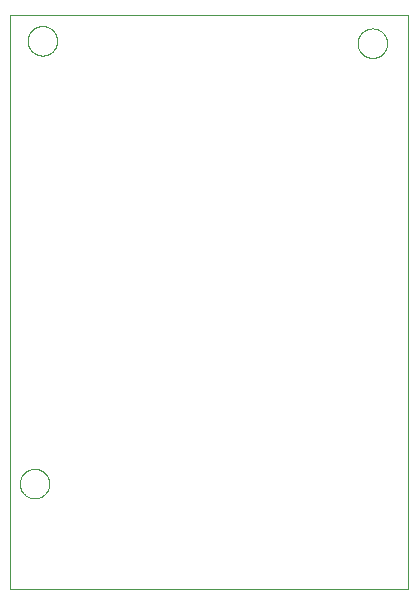
<source format=gbo>
G75*
%MOIN*%
%OFA0B0*%
%FSLAX25Y25*%
%IPPOS*%
%LPD*%
%AMOC8*
5,1,8,0,0,1.08239X$1,22.5*
%
%ADD10C,0.00000*%
D10*
X0037456Y0031440D02*
X0037456Y0222771D01*
X0170178Y0222771D01*
X0170178Y0031440D01*
X0037456Y0031440D01*
X0040735Y0066440D02*
X0040737Y0066580D01*
X0040743Y0066720D01*
X0040753Y0066859D01*
X0040767Y0066998D01*
X0040785Y0067137D01*
X0040806Y0067275D01*
X0040832Y0067413D01*
X0040862Y0067550D01*
X0040895Y0067685D01*
X0040933Y0067820D01*
X0040974Y0067954D01*
X0041019Y0068087D01*
X0041067Y0068218D01*
X0041120Y0068347D01*
X0041176Y0068476D01*
X0041235Y0068602D01*
X0041299Y0068727D01*
X0041365Y0068850D01*
X0041436Y0068971D01*
X0041509Y0069090D01*
X0041586Y0069207D01*
X0041667Y0069321D01*
X0041750Y0069433D01*
X0041837Y0069543D01*
X0041927Y0069651D01*
X0042019Y0069755D01*
X0042115Y0069857D01*
X0042214Y0069957D01*
X0042315Y0070053D01*
X0042419Y0070147D01*
X0042526Y0070237D01*
X0042635Y0070324D01*
X0042747Y0070409D01*
X0042861Y0070490D01*
X0042977Y0070568D01*
X0043095Y0070642D01*
X0043216Y0070713D01*
X0043338Y0070781D01*
X0043463Y0070845D01*
X0043589Y0070906D01*
X0043716Y0070963D01*
X0043846Y0071016D01*
X0043977Y0071066D01*
X0044109Y0071111D01*
X0044242Y0071154D01*
X0044377Y0071192D01*
X0044512Y0071226D01*
X0044649Y0071257D01*
X0044786Y0071284D01*
X0044924Y0071306D01*
X0045063Y0071325D01*
X0045202Y0071340D01*
X0045341Y0071351D01*
X0045481Y0071358D01*
X0045621Y0071361D01*
X0045761Y0071360D01*
X0045901Y0071355D01*
X0046040Y0071346D01*
X0046180Y0071333D01*
X0046319Y0071316D01*
X0046457Y0071295D01*
X0046595Y0071271D01*
X0046732Y0071242D01*
X0046868Y0071210D01*
X0047003Y0071173D01*
X0047137Y0071133D01*
X0047270Y0071089D01*
X0047401Y0071041D01*
X0047531Y0070990D01*
X0047660Y0070935D01*
X0047787Y0070876D01*
X0047912Y0070813D01*
X0048035Y0070748D01*
X0048157Y0070678D01*
X0048276Y0070605D01*
X0048394Y0070529D01*
X0048509Y0070450D01*
X0048622Y0070367D01*
X0048732Y0070281D01*
X0048840Y0070192D01*
X0048945Y0070100D01*
X0049048Y0070005D01*
X0049148Y0069907D01*
X0049245Y0069807D01*
X0049339Y0069703D01*
X0049431Y0069597D01*
X0049519Y0069489D01*
X0049604Y0069378D01*
X0049686Y0069264D01*
X0049765Y0069148D01*
X0049840Y0069031D01*
X0049912Y0068911D01*
X0049980Y0068789D01*
X0050045Y0068665D01*
X0050107Y0068539D01*
X0050165Y0068412D01*
X0050219Y0068283D01*
X0050270Y0068152D01*
X0050316Y0068020D01*
X0050359Y0067887D01*
X0050399Y0067753D01*
X0050434Y0067618D01*
X0050466Y0067481D01*
X0050493Y0067344D01*
X0050517Y0067206D01*
X0050537Y0067068D01*
X0050553Y0066929D01*
X0050565Y0066789D01*
X0050573Y0066650D01*
X0050577Y0066510D01*
X0050577Y0066370D01*
X0050573Y0066230D01*
X0050565Y0066091D01*
X0050553Y0065951D01*
X0050537Y0065812D01*
X0050517Y0065674D01*
X0050493Y0065536D01*
X0050466Y0065399D01*
X0050434Y0065262D01*
X0050399Y0065127D01*
X0050359Y0064993D01*
X0050316Y0064860D01*
X0050270Y0064728D01*
X0050219Y0064597D01*
X0050165Y0064468D01*
X0050107Y0064341D01*
X0050045Y0064215D01*
X0049980Y0064091D01*
X0049912Y0063969D01*
X0049840Y0063849D01*
X0049765Y0063732D01*
X0049686Y0063616D01*
X0049604Y0063502D01*
X0049519Y0063391D01*
X0049431Y0063283D01*
X0049339Y0063177D01*
X0049245Y0063073D01*
X0049148Y0062973D01*
X0049048Y0062875D01*
X0048945Y0062780D01*
X0048840Y0062688D01*
X0048732Y0062599D01*
X0048622Y0062513D01*
X0048509Y0062430D01*
X0048394Y0062351D01*
X0048276Y0062275D01*
X0048157Y0062202D01*
X0048035Y0062132D01*
X0047912Y0062067D01*
X0047787Y0062004D01*
X0047660Y0061945D01*
X0047531Y0061890D01*
X0047401Y0061839D01*
X0047270Y0061791D01*
X0047137Y0061747D01*
X0047003Y0061707D01*
X0046868Y0061670D01*
X0046732Y0061638D01*
X0046595Y0061609D01*
X0046457Y0061585D01*
X0046319Y0061564D01*
X0046180Y0061547D01*
X0046040Y0061534D01*
X0045901Y0061525D01*
X0045761Y0061520D01*
X0045621Y0061519D01*
X0045481Y0061522D01*
X0045341Y0061529D01*
X0045202Y0061540D01*
X0045063Y0061555D01*
X0044924Y0061574D01*
X0044786Y0061596D01*
X0044649Y0061623D01*
X0044512Y0061654D01*
X0044377Y0061688D01*
X0044242Y0061726D01*
X0044109Y0061769D01*
X0043977Y0061814D01*
X0043846Y0061864D01*
X0043716Y0061917D01*
X0043589Y0061974D01*
X0043463Y0062035D01*
X0043338Y0062099D01*
X0043216Y0062167D01*
X0043095Y0062238D01*
X0042977Y0062312D01*
X0042861Y0062390D01*
X0042747Y0062471D01*
X0042635Y0062556D01*
X0042526Y0062643D01*
X0042419Y0062733D01*
X0042315Y0062827D01*
X0042214Y0062923D01*
X0042115Y0063023D01*
X0042019Y0063125D01*
X0041927Y0063229D01*
X0041837Y0063337D01*
X0041750Y0063447D01*
X0041667Y0063559D01*
X0041586Y0063673D01*
X0041509Y0063790D01*
X0041436Y0063909D01*
X0041365Y0064030D01*
X0041299Y0064153D01*
X0041235Y0064278D01*
X0041176Y0064404D01*
X0041120Y0064533D01*
X0041067Y0064662D01*
X0041019Y0064793D01*
X0040974Y0064926D01*
X0040933Y0065060D01*
X0040895Y0065195D01*
X0040862Y0065330D01*
X0040832Y0065467D01*
X0040806Y0065605D01*
X0040785Y0065743D01*
X0040767Y0065882D01*
X0040753Y0066021D01*
X0040743Y0066160D01*
X0040737Y0066300D01*
X0040735Y0066440D01*
X0043335Y0214040D02*
X0043337Y0214180D01*
X0043343Y0214320D01*
X0043353Y0214459D01*
X0043367Y0214598D01*
X0043385Y0214737D01*
X0043406Y0214875D01*
X0043432Y0215013D01*
X0043462Y0215150D01*
X0043495Y0215285D01*
X0043533Y0215420D01*
X0043574Y0215554D01*
X0043619Y0215687D01*
X0043667Y0215818D01*
X0043720Y0215947D01*
X0043776Y0216076D01*
X0043835Y0216202D01*
X0043899Y0216327D01*
X0043965Y0216450D01*
X0044036Y0216571D01*
X0044109Y0216690D01*
X0044186Y0216807D01*
X0044267Y0216921D01*
X0044350Y0217033D01*
X0044437Y0217143D01*
X0044527Y0217251D01*
X0044619Y0217355D01*
X0044715Y0217457D01*
X0044814Y0217557D01*
X0044915Y0217653D01*
X0045019Y0217747D01*
X0045126Y0217837D01*
X0045235Y0217924D01*
X0045347Y0218009D01*
X0045461Y0218090D01*
X0045577Y0218168D01*
X0045695Y0218242D01*
X0045816Y0218313D01*
X0045938Y0218381D01*
X0046063Y0218445D01*
X0046189Y0218506D01*
X0046316Y0218563D01*
X0046446Y0218616D01*
X0046577Y0218666D01*
X0046709Y0218711D01*
X0046842Y0218754D01*
X0046977Y0218792D01*
X0047112Y0218826D01*
X0047249Y0218857D01*
X0047386Y0218884D01*
X0047524Y0218906D01*
X0047663Y0218925D01*
X0047802Y0218940D01*
X0047941Y0218951D01*
X0048081Y0218958D01*
X0048221Y0218961D01*
X0048361Y0218960D01*
X0048501Y0218955D01*
X0048640Y0218946D01*
X0048780Y0218933D01*
X0048919Y0218916D01*
X0049057Y0218895D01*
X0049195Y0218871D01*
X0049332Y0218842D01*
X0049468Y0218810D01*
X0049603Y0218773D01*
X0049737Y0218733D01*
X0049870Y0218689D01*
X0050001Y0218641D01*
X0050131Y0218590D01*
X0050260Y0218535D01*
X0050387Y0218476D01*
X0050512Y0218413D01*
X0050635Y0218348D01*
X0050757Y0218278D01*
X0050876Y0218205D01*
X0050994Y0218129D01*
X0051109Y0218050D01*
X0051222Y0217967D01*
X0051332Y0217881D01*
X0051440Y0217792D01*
X0051545Y0217700D01*
X0051648Y0217605D01*
X0051748Y0217507D01*
X0051845Y0217407D01*
X0051939Y0217303D01*
X0052031Y0217197D01*
X0052119Y0217089D01*
X0052204Y0216978D01*
X0052286Y0216864D01*
X0052365Y0216748D01*
X0052440Y0216631D01*
X0052512Y0216511D01*
X0052580Y0216389D01*
X0052645Y0216265D01*
X0052707Y0216139D01*
X0052765Y0216012D01*
X0052819Y0215883D01*
X0052870Y0215752D01*
X0052916Y0215620D01*
X0052959Y0215487D01*
X0052999Y0215353D01*
X0053034Y0215218D01*
X0053066Y0215081D01*
X0053093Y0214944D01*
X0053117Y0214806D01*
X0053137Y0214668D01*
X0053153Y0214529D01*
X0053165Y0214389D01*
X0053173Y0214250D01*
X0053177Y0214110D01*
X0053177Y0213970D01*
X0053173Y0213830D01*
X0053165Y0213691D01*
X0053153Y0213551D01*
X0053137Y0213412D01*
X0053117Y0213274D01*
X0053093Y0213136D01*
X0053066Y0212999D01*
X0053034Y0212862D01*
X0052999Y0212727D01*
X0052959Y0212593D01*
X0052916Y0212460D01*
X0052870Y0212328D01*
X0052819Y0212197D01*
X0052765Y0212068D01*
X0052707Y0211941D01*
X0052645Y0211815D01*
X0052580Y0211691D01*
X0052512Y0211569D01*
X0052440Y0211449D01*
X0052365Y0211332D01*
X0052286Y0211216D01*
X0052204Y0211102D01*
X0052119Y0210991D01*
X0052031Y0210883D01*
X0051939Y0210777D01*
X0051845Y0210673D01*
X0051748Y0210573D01*
X0051648Y0210475D01*
X0051545Y0210380D01*
X0051440Y0210288D01*
X0051332Y0210199D01*
X0051222Y0210113D01*
X0051109Y0210030D01*
X0050994Y0209951D01*
X0050876Y0209875D01*
X0050757Y0209802D01*
X0050635Y0209732D01*
X0050512Y0209667D01*
X0050387Y0209604D01*
X0050260Y0209545D01*
X0050131Y0209490D01*
X0050001Y0209439D01*
X0049870Y0209391D01*
X0049737Y0209347D01*
X0049603Y0209307D01*
X0049468Y0209270D01*
X0049332Y0209238D01*
X0049195Y0209209D01*
X0049057Y0209185D01*
X0048919Y0209164D01*
X0048780Y0209147D01*
X0048640Y0209134D01*
X0048501Y0209125D01*
X0048361Y0209120D01*
X0048221Y0209119D01*
X0048081Y0209122D01*
X0047941Y0209129D01*
X0047802Y0209140D01*
X0047663Y0209155D01*
X0047524Y0209174D01*
X0047386Y0209196D01*
X0047249Y0209223D01*
X0047112Y0209254D01*
X0046977Y0209288D01*
X0046842Y0209326D01*
X0046709Y0209369D01*
X0046577Y0209414D01*
X0046446Y0209464D01*
X0046316Y0209517D01*
X0046189Y0209574D01*
X0046063Y0209635D01*
X0045938Y0209699D01*
X0045816Y0209767D01*
X0045695Y0209838D01*
X0045577Y0209912D01*
X0045461Y0209990D01*
X0045347Y0210071D01*
X0045235Y0210156D01*
X0045126Y0210243D01*
X0045019Y0210333D01*
X0044915Y0210427D01*
X0044814Y0210523D01*
X0044715Y0210623D01*
X0044619Y0210725D01*
X0044527Y0210829D01*
X0044437Y0210937D01*
X0044350Y0211047D01*
X0044267Y0211159D01*
X0044186Y0211273D01*
X0044109Y0211390D01*
X0044036Y0211509D01*
X0043965Y0211630D01*
X0043899Y0211753D01*
X0043835Y0211878D01*
X0043776Y0212004D01*
X0043720Y0212133D01*
X0043667Y0212262D01*
X0043619Y0212393D01*
X0043574Y0212526D01*
X0043533Y0212660D01*
X0043495Y0212795D01*
X0043462Y0212930D01*
X0043432Y0213067D01*
X0043406Y0213205D01*
X0043385Y0213343D01*
X0043367Y0213482D01*
X0043353Y0213621D01*
X0043343Y0213760D01*
X0043337Y0213900D01*
X0043335Y0214040D01*
X0153335Y0213240D02*
X0153337Y0213380D01*
X0153343Y0213520D01*
X0153353Y0213659D01*
X0153367Y0213798D01*
X0153385Y0213937D01*
X0153406Y0214075D01*
X0153432Y0214213D01*
X0153462Y0214350D01*
X0153495Y0214485D01*
X0153533Y0214620D01*
X0153574Y0214754D01*
X0153619Y0214887D01*
X0153667Y0215018D01*
X0153720Y0215147D01*
X0153776Y0215276D01*
X0153835Y0215402D01*
X0153899Y0215527D01*
X0153965Y0215650D01*
X0154036Y0215771D01*
X0154109Y0215890D01*
X0154186Y0216007D01*
X0154267Y0216121D01*
X0154350Y0216233D01*
X0154437Y0216343D01*
X0154527Y0216451D01*
X0154619Y0216555D01*
X0154715Y0216657D01*
X0154814Y0216757D01*
X0154915Y0216853D01*
X0155019Y0216947D01*
X0155126Y0217037D01*
X0155235Y0217124D01*
X0155347Y0217209D01*
X0155461Y0217290D01*
X0155577Y0217368D01*
X0155695Y0217442D01*
X0155816Y0217513D01*
X0155938Y0217581D01*
X0156063Y0217645D01*
X0156189Y0217706D01*
X0156316Y0217763D01*
X0156446Y0217816D01*
X0156577Y0217866D01*
X0156709Y0217911D01*
X0156842Y0217954D01*
X0156977Y0217992D01*
X0157112Y0218026D01*
X0157249Y0218057D01*
X0157386Y0218084D01*
X0157524Y0218106D01*
X0157663Y0218125D01*
X0157802Y0218140D01*
X0157941Y0218151D01*
X0158081Y0218158D01*
X0158221Y0218161D01*
X0158361Y0218160D01*
X0158501Y0218155D01*
X0158640Y0218146D01*
X0158780Y0218133D01*
X0158919Y0218116D01*
X0159057Y0218095D01*
X0159195Y0218071D01*
X0159332Y0218042D01*
X0159468Y0218010D01*
X0159603Y0217973D01*
X0159737Y0217933D01*
X0159870Y0217889D01*
X0160001Y0217841D01*
X0160131Y0217790D01*
X0160260Y0217735D01*
X0160387Y0217676D01*
X0160512Y0217613D01*
X0160635Y0217548D01*
X0160757Y0217478D01*
X0160876Y0217405D01*
X0160994Y0217329D01*
X0161109Y0217250D01*
X0161222Y0217167D01*
X0161332Y0217081D01*
X0161440Y0216992D01*
X0161545Y0216900D01*
X0161648Y0216805D01*
X0161748Y0216707D01*
X0161845Y0216607D01*
X0161939Y0216503D01*
X0162031Y0216397D01*
X0162119Y0216289D01*
X0162204Y0216178D01*
X0162286Y0216064D01*
X0162365Y0215948D01*
X0162440Y0215831D01*
X0162512Y0215711D01*
X0162580Y0215589D01*
X0162645Y0215465D01*
X0162707Y0215339D01*
X0162765Y0215212D01*
X0162819Y0215083D01*
X0162870Y0214952D01*
X0162916Y0214820D01*
X0162959Y0214687D01*
X0162999Y0214553D01*
X0163034Y0214418D01*
X0163066Y0214281D01*
X0163093Y0214144D01*
X0163117Y0214006D01*
X0163137Y0213868D01*
X0163153Y0213729D01*
X0163165Y0213589D01*
X0163173Y0213450D01*
X0163177Y0213310D01*
X0163177Y0213170D01*
X0163173Y0213030D01*
X0163165Y0212891D01*
X0163153Y0212751D01*
X0163137Y0212612D01*
X0163117Y0212474D01*
X0163093Y0212336D01*
X0163066Y0212199D01*
X0163034Y0212062D01*
X0162999Y0211927D01*
X0162959Y0211793D01*
X0162916Y0211660D01*
X0162870Y0211528D01*
X0162819Y0211397D01*
X0162765Y0211268D01*
X0162707Y0211141D01*
X0162645Y0211015D01*
X0162580Y0210891D01*
X0162512Y0210769D01*
X0162440Y0210649D01*
X0162365Y0210532D01*
X0162286Y0210416D01*
X0162204Y0210302D01*
X0162119Y0210191D01*
X0162031Y0210083D01*
X0161939Y0209977D01*
X0161845Y0209873D01*
X0161748Y0209773D01*
X0161648Y0209675D01*
X0161545Y0209580D01*
X0161440Y0209488D01*
X0161332Y0209399D01*
X0161222Y0209313D01*
X0161109Y0209230D01*
X0160994Y0209151D01*
X0160876Y0209075D01*
X0160757Y0209002D01*
X0160635Y0208932D01*
X0160512Y0208867D01*
X0160387Y0208804D01*
X0160260Y0208745D01*
X0160131Y0208690D01*
X0160001Y0208639D01*
X0159870Y0208591D01*
X0159737Y0208547D01*
X0159603Y0208507D01*
X0159468Y0208470D01*
X0159332Y0208438D01*
X0159195Y0208409D01*
X0159057Y0208385D01*
X0158919Y0208364D01*
X0158780Y0208347D01*
X0158640Y0208334D01*
X0158501Y0208325D01*
X0158361Y0208320D01*
X0158221Y0208319D01*
X0158081Y0208322D01*
X0157941Y0208329D01*
X0157802Y0208340D01*
X0157663Y0208355D01*
X0157524Y0208374D01*
X0157386Y0208396D01*
X0157249Y0208423D01*
X0157112Y0208454D01*
X0156977Y0208488D01*
X0156842Y0208526D01*
X0156709Y0208569D01*
X0156577Y0208614D01*
X0156446Y0208664D01*
X0156316Y0208717D01*
X0156189Y0208774D01*
X0156063Y0208835D01*
X0155938Y0208899D01*
X0155816Y0208967D01*
X0155695Y0209038D01*
X0155577Y0209112D01*
X0155461Y0209190D01*
X0155347Y0209271D01*
X0155235Y0209356D01*
X0155126Y0209443D01*
X0155019Y0209533D01*
X0154915Y0209627D01*
X0154814Y0209723D01*
X0154715Y0209823D01*
X0154619Y0209925D01*
X0154527Y0210029D01*
X0154437Y0210137D01*
X0154350Y0210247D01*
X0154267Y0210359D01*
X0154186Y0210473D01*
X0154109Y0210590D01*
X0154036Y0210709D01*
X0153965Y0210830D01*
X0153899Y0210953D01*
X0153835Y0211078D01*
X0153776Y0211204D01*
X0153720Y0211333D01*
X0153667Y0211462D01*
X0153619Y0211593D01*
X0153574Y0211726D01*
X0153533Y0211860D01*
X0153495Y0211995D01*
X0153462Y0212130D01*
X0153432Y0212267D01*
X0153406Y0212405D01*
X0153385Y0212543D01*
X0153367Y0212682D01*
X0153353Y0212821D01*
X0153343Y0212960D01*
X0153337Y0213100D01*
X0153335Y0213240D01*
M02*

</source>
